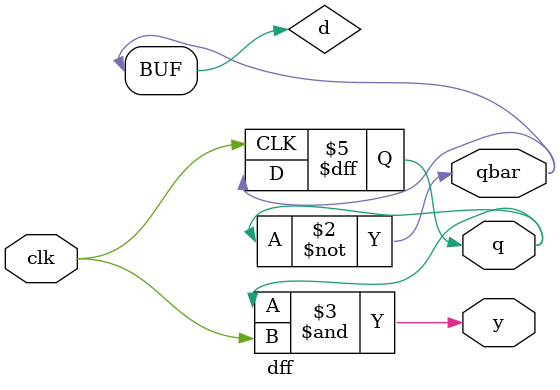
<source format=v>

module dff(input clk, output reg q, output qbar, output y);
  // Feedback: d is driven by qbar
  wire d;
  assign d = qbar;
   initial begin
  q = 0; // Initialize q to 0
end
  

  always @(posedge clk) begin 
    q <= d;  // Update q on the rising edge of the clock
  end

  assign qbar = ~q;  // qbar is the complement of q
  assign y = q & clk;  // y is the AND of q and clk
endmodule


// module dff(input d, clk, output q, qbar, y);
//   reg q;
//   always@(posedge clk) begin 
//    // d<=qbar;
//     q<=d;
//   end
//   assign y= q & clk;
// //   assign d = qbar;
//   assign qbar=~q;
//   assign d = qbar;
// endmodule

</source>
